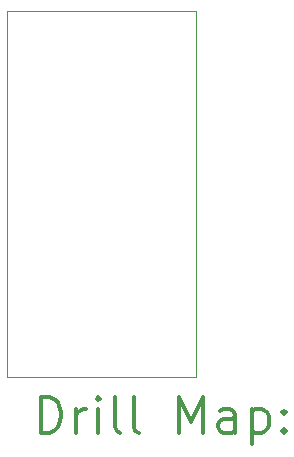
<source format=gbr>
%FSLAX45Y45*%
G04 Gerber Fmt 4.5, Leading zero omitted, Abs format (unit mm)*
G04 Created by KiCad (PCBNEW (5.1.7)-1) date 2021-09-28 11:43:36*
%MOMM*%
%LPD*%
G01*
G04 APERTURE LIST*
%TA.AperFunction,Profile*%
%ADD10C,0.050000*%
%TD*%
%ADD11C,0.200000*%
%ADD12C,0.300000*%
G04 APERTURE END LIST*
D10*
X11000000Y-4200000D02*
X11000000Y-7300000D01*
X12600000Y-4200000D02*
X11000000Y-4200000D01*
X12600000Y-7300000D02*
X12600000Y-4200000D01*
X11000000Y-7300000D02*
X12600000Y-7300000D01*
D11*
D12*
X11283928Y-7768214D02*
X11283928Y-7468214D01*
X11355357Y-7468214D01*
X11398214Y-7482500D01*
X11426786Y-7511071D01*
X11441071Y-7539643D01*
X11455357Y-7596786D01*
X11455357Y-7639643D01*
X11441071Y-7696786D01*
X11426786Y-7725357D01*
X11398214Y-7753929D01*
X11355357Y-7768214D01*
X11283928Y-7768214D01*
X11583928Y-7768214D02*
X11583928Y-7568214D01*
X11583928Y-7625357D02*
X11598214Y-7596786D01*
X11612500Y-7582500D01*
X11641071Y-7568214D01*
X11669643Y-7568214D01*
X11769643Y-7768214D02*
X11769643Y-7568214D01*
X11769643Y-7468214D02*
X11755357Y-7482500D01*
X11769643Y-7496786D01*
X11783928Y-7482500D01*
X11769643Y-7468214D01*
X11769643Y-7496786D01*
X11955357Y-7768214D02*
X11926786Y-7753929D01*
X11912500Y-7725357D01*
X11912500Y-7468214D01*
X12112500Y-7768214D02*
X12083928Y-7753929D01*
X12069643Y-7725357D01*
X12069643Y-7468214D01*
X12455357Y-7768214D02*
X12455357Y-7468214D01*
X12555357Y-7682500D01*
X12655357Y-7468214D01*
X12655357Y-7768214D01*
X12926786Y-7768214D02*
X12926786Y-7611071D01*
X12912500Y-7582500D01*
X12883928Y-7568214D01*
X12826786Y-7568214D01*
X12798214Y-7582500D01*
X12926786Y-7753929D02*
X12898214Y-7768214D01*
X12826786Y-7768214D01*
X12798214Y-7753929D01*
X12783928Y-7725357D01*
X12783928Y-7696786D01*
X12798214Y-7668214D01*
X12826786Y-7653929D01*
X12898214Y-7653929D01*
X12926786Y-7639643D01*
X13069643Y-7568214D02*
X13069643Y-7868214D01*
X13069643Y-7582500D02*
X13098214Y-7568214D01*
X13155357Y-7568214D01*
X13183928Y-7582500D01*
X13198214Y-7596786D01*
X13212500Y-7625357D01*
X13212500Y-7711071D01*
X13198214Y-7739643D01*
X13183928Y-7753929D01*
X13155357Y-7768214D01*
X13098214Y-7768214D01*
X13069643Y-7753929D01*
X13341071Y-7739643D02*
X13355357Y-7753929D01*
X13341071Y-7768214D01*
X13326786Y-7753929D01*
X13341071Y-7739643D01*
X13341071Y-7768214D01*
X13341071Y-7582500D02*
X13355357Y-7596786D01*
X13341071Y-7611071D01*
X13326786Y-7596786D01*
X13341071Y-7582500D01*
X13341071Y-7611071D01*
M02*

</source>
